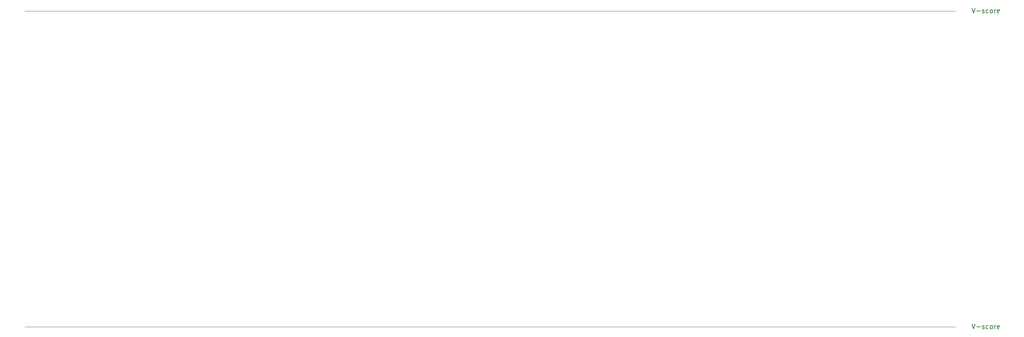
<source format=gbr>
%TF.GenerationSoftware,KiCad,Pcbnew,8.99.0-3110-g1838b2656d*%
%TF.CreationDate,2025-01-19T16:03:57+01:00*%
%TF.ProjectId,panel_1x5,70616e65-6c5f-4317-9835-2e6b69636164,1.2*%
%TF.SameCoordinates,PX2faf080PY29f6300*%
%TF.FileFunction,Other,ECO1*%
%FSLAX46Y46*%
G04 Gerber Fmt 4.6, Leading zero omitted, Abs format (unit mm)*
G04 Created by KiCad (PCBNEW 8.99.0-3110-g1838b2656d) date 2025-01-19 16:03:57*
%MOMM*%
%LPD*%
G01*
G04 APERTURE LIST*
%ADD10C,0.100000*%
%ADD11C,0.150000*%
G04 APERTURE END LIST*
D10*
X-10000000Y-6000000D02*
X190000000Y-6000000D01*
X-10000000Y-74000000D02*
X190000000Y-74000000D01*
D11*
X193693922Y-73369819D02*
X194027255Y-74369819D01*
X194027255Y-74369819D02*
X194360588Y-73369819D01*
X194693922Y-73988866D02*
X195455827Y-73988866D01*
X195884398Y-74322200D02*
X195979636Y-74369819D01*
X195979636Y-74369819D02*
X196170112Y-74369819D01*
X196170112Y-74369819D02*
X196265350Y-74322200D01*
X196265350Y-74322200D02*
X196312969Y-74226961D01*
X196312969Y-74226961D02*
X196312969Y-74179342D01*
X196312969Y-74179342D02*
X196265350Y-74084104D01*
X196265350Y-74084104D02*
X196170112Y-74036485D01*
X196170112Y-74036485D02*
X196027255Y-74036485D01*
X196027255Y-74036485D02*
X195932017Y-73988866D01*
X195932017Y-73988866D02*
X195884398Y-73893628D01*
X195884398Y-73893628D02*
X195884398Y-73846009D01*
X195884398Y-73846009D02*
X195932017Y-73750771D01*
X195932017Y-73750771D02*
X196027255Y-73703152D01*
X196027255Y-73703152D02*
X196170112Y-73703152D01*
X196170112Y-73703152D02*
X196265350Y-73750771D01*
X197170112Y-74322200D02*
X197074874Y-74369819D01*
X197074874Y-74369819D02*
X196884398Y-74369819D01*
X196884398Y-74369819D02*
X196789160Y-74322200D01*
X196789160Y-74322200D02*
X196741541Y-74274580D01*
X196741541Y-74274580D02*
X196693922Y-74179342D01*
X196693922Y-74179342D02*
X196693922Y-73893628D01*
X196693922Y-73893628D02*
X196741541Y-73798390D01*
X196741541Y-73798390D02*
X196789160Y-73750771D01*
X196789160Y-73750771D02*
X196884398Y-73703152D01*
X196884398Y-73703152D02*
X197074874Y-73703152D01*
X197074874Y-73703152D02*
X197170112Y-73750771D01*
X197741541Y-74369819D02*
X197646303Y-74322200D01*
X197646303Y-74322200D02*
X197598684Y-74274580D01*
X197598684Y-74274580D02*
X197551065Y-74179342D01*
X197551065Y-74179342D02*
X197551065Y-73893628D01*
X197551065Y-73893628D02*
X197598684Y-73798390D01*
X197598684Y-73798390D02*
X197646303Y-73750771D01*
X197646303Y-73750771D02*
X197741541Y-73703152D01*
X197741541Y-73703152D02*
X197884398Y-73703152D01*
X197884398Y-73703152D02*
X197979636Y-73750771D01*
X197979636Y-73750771D02*
X198027255Y-73798390D01*
X198027255Y-73798390D02*
X198074874Y-73893628D01*
X198074874Y-73893628D02*
X198074874Y-74179342D01*
X198074874Y-74179342D02*
X198027255Y-74274580D01*
X198027255Y-74274580D02*
X197979636Y-74322200D01*
X197979636Y-74322200D02*
X197884398Y-74369819D01*
X197884398Y-74369819D02*
X197741541Y-74369819D01*
X198503446Y-74369819D02*
X198503446Y-73703152D01*
X198503446Y-73893628D02*
X198551065Y-73798390D01*
X198551065Y-73798390D02*
X198598684Y-73750771D01*
X198598684Y-73750771D02*
X198693922Y-73703152D01*
X198693922Y-73703152D02*
X198789160Y-73703152D01*
X199503446Y-74322200D02*
X199408208Y-74369819D01*
X199408208Y-74369819D02*
X199217732Y-74369819D01*
X199217732Y-74369819D02*
X199122494Y-74322200D01*
X199122494Y-74322200D02*
X199074875Y-74226961D01*
X199074875Y-74226961D02*
X199074875Y-73846009D01*
X199074875Y-73846009D02*
X199122494Y-73750771D01*
X199122494Y-73750771D02*
X199217732Y-73703152D01*
X199217732Y-73703152D02*
X199408208Y-73703152D01*
X199408208Y-73703152D02*
X199503446Y-73750771D01*
X199503446Y-73750771D02*
X199551065Y-73846009D01*
X199551065Y-73846009D02*
X199551065Y-73941247D01*
X199551065Y-73941247D02*
X199074875Y-74036485D01*
X193693922Y-5369819D02*
X194027255Y-6369819D01*
X194027255Y-6369819D02*
X194360588Y-5369819D01*
X194693922Y-5988866D02*
X195455827Y-5988866D01*
X195884398Y-6322200D02*
X195979636Y-6369819D01*
X195979636Y-6369819D02*
X196170112Y-6369819D01*
X196170112Y-6369819D02*
X196265350Y-6322200D01*
X196265350Y-6322200D02*
X196312969Y-6226961D01*
X196312969Y-6226961D02*
X196312969Y-6179342D01*
X196312969Y-6179342D02*
X196265350Y-6084104D01*
X196265350Y-6084104D02*
X196170112Y-6036485D01*
X196170112Y-6036485D02*
X196027255Y-6036485D01*
X196027255Y-6036485D02*
X195932017Y-5988866D01*
X195932017Y-5988866D02*
X195884398Y-5893628D01*
X195884398Y-5893628D02*
X195884398Y-5846009D01*
X195884398Y-5846009D02*
X195932017Y-5750771D01*
X195932017Y-5750771D02*
X196027255Y-5703152D01*
X196027255Y-5703152D02*
X196170112Y-5703152D01*
X196170112Y-5703152D02*
X196265350Y-5750771D01*
X197170112Y-6322200D02*
X197074874Y-6369819D01*
X197074874Y-6369819D02*
X196884398Y-6369819D01*
X196884398Y-6369819D02*
X196789160Y-6322200D01*
X196789160Y-6322200D02*
X196741541Y-6274580D01*
X196741541Y-6274580D02*
X196693922Y-6179342D01*
X196693922Y-6179342D02*
X196693922Y-5893628D01*
X196693922Y-5893628D02*
X196741541Y-5798390D01*
X196741541Y-5798390D02*
X196789160Y-5750771D01*
X196789160Y-5750771D02*
X196884398Y-5703152D01*
X196884398Y-5703152D02*
X197074874Y-5703152D01*
X197074874Y-5703152D02*
X197170112Y-5750771D01*
X197741541Y-6369819D02*
X197646303Y-6322200D01*
X197646303Y-6322200D02*
X197598684Y-6274580D01*
X197598684Y-6274580D02*
X197551065Y-6179342D01*
X197551065Y-6179342D02*
X197551065Y-5893628D01*
X197551065Y-5893628D02*
X197598684Y-5798390D01*
X197598684Y-5798390D02*
X197646303Y-5750771D01*
X197646303Y-5750771D02*
X197741541Y-5703152D01*
X197741541Y-5703152D02*
X197884398Y-5703152D01*
X197884398Y-5703152D02*
X197979636Y-5750771D01*
X197979636Y-5750771D02*
X198027255Y-5798390D01*
X198027255Y-5798390D02*
X198074874Y-5893628D01*
X198074874Y-5893628D02*
X198074874Y-6179342D01*
X198074874Y-6179342D02*
X198027255Y-6274580D01*
X198027255Y-6274580D02*
X197979636Y-6322200D01*
X197979636Y-6322200D02*
X197884398Y-6369819D01*
X197884398Y-6369819D02*
X197741541Y-6369819D01*
X198503446Y-6369819D02*
X198503446Y-5703152D01*
X198503446Y-5893628D02*
X198551065Y-5798390D01*
X198551065Y-5798390D02*
X198598684Y-5750771D01*
X198598684Y-5750771D02*
X198693922Y-5703152D01*
X198693922Y-5703152D02*
X198789160Y-5703152D01*
X199503446Y-6322200D02*
X199408208Y-6369819D01*
X199408208Y-6369819D02*
X199217732Y-6369819D01*
X199217732Y-6369819D02*
X199122494Y-6322200D01*
X199122494Y-6322200D02*
X199074875Y-6226961D01*
X199074875Y-6226961D02*
X199074875Y-5846009D01*
X199074875Y-5846009D02*
X199122494Y-5750771D01*
X199122494Y-5750771D02*
X199217732Y-5703152D01*
X199217732Y-5703152D02*
X199408208Y-5703152D01*
X199408208Y-5703152D02*
X199503446Y-5750771D01*
X199503446Y-5750771D02*
X199551065Y-5846009D01*
X199551065Y-5846009D02*
X199551065Y-5941247D01*
X199551065Y-5941247D02*
X199074875Y-6036485D01*
M02*

</source>
